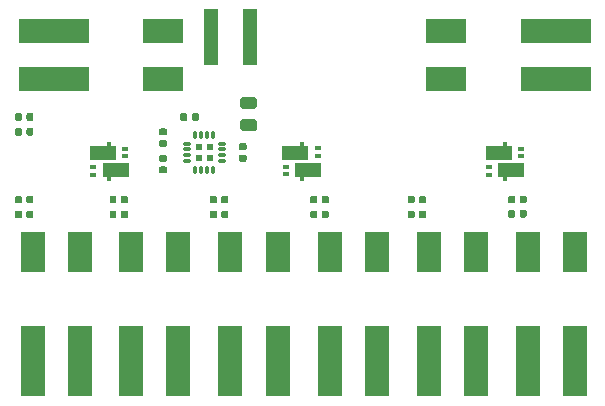
<source format=gbr>
G04 #@! TF.GenerationSoftware,KiCad,Pcbnew,5.0.2-bee76a0~70~ubuntu18.04.1*
G04 #@! TF.CreationDate,2019-12-05T19:09:47+01:00*
G04 #@! TF.ProjectId,magneto_bot_shield,6d61676e-6574-46f5-9f62-6f745f736869,rev?*
G04 #@! TF.SameCoordinates,Original*
G04 #@! TF.FileFunction,Paste,Top*
G04 #@! TF.FilePolarity,Positive*
%FSLAX46Y46*%
G04 Gerber Fmt 4.6, Leading zero omitted, Abs format (unit mm)*
G04 Created by KiCad (PCBNEW 5.0.2-bee76a0~70~ubuntu18.04.1) date Thu 05 Dec 2019 07:09:47 PM CET*
%MOMM*%
%LPD*%
G01*
G04 APERTURE LIST*
%ADD10C,0.100000*%
%ADD11C,0.590000*%
%ADD12C,0.975000*%
%ADD13R,2.000000X3.500000*%
%ADD14R,2.000000X6.000000*%
%ADD15R,3.500000X2.000000*%
%ADD16R,6.000000X2.000000*%
%ADD17R,1.180000X4.700000*%
%ADD18O,0.750000X0.300000*%
%ADD19O,0.300000X0.750000*%
%ADD20R,0.540000X0.540000*%
%ADD21R,0.430000X0.370000*%
%ADD22R,0.580000X0.400000*%
%ADD23R,2.225000X1.205000*%
G04 APERTURE END LIST*
D10*
G04 #@! TO.C,C1*
G36*
X153426958Y-103430710D02*
X153441276Y-103432834D01*
X153455317Y-103436351D01*
X153468946Y-103441228D01*
X153482031Y-103447417D01*
X153494447Y-103454858D01*
X153506073Y-103463481D01*
X153516798Y-103473202D01*
X153526519Y-103483927D01*
X153535142Y-103495553D01*
X153542583Y-103507969D01*
X153548772Y-103521054D01*
X153553649Y-103534683D01*
X153557166Y-103548724D01*
X153559290Y-103563042D01*
X153560000Y-103577500D01*
X153560000Y-103922500D01*
X153559290Y-103936958D01*
X153557166Y-103951276D01*
X153553649Y-103965317D01*
X153548772Y-103978946D01*
X153542583Y-103992031D01*
X153535142Y-104004447D01*
X153526519Y-104016073D01*
X153516798Y-104026798D01*
X153506073Y-104036519D01*
X153494447Y-104045142D01*
X153482031Y-104052583D01*
X153468946Y-104058772D01*
X153455317Y-104063649D01*
X153441276Y-104067166D01*
X153426958Y-104069290D01*
X153412500Y-104070000D01*
X153117500Y-104070000D01*
X153103042Y-104069290D01*
X153088724Y-104067166D01*
X153074683Y-104063649D01*
X153061054Y-104058772D01*
X153047969Y-104052583D01*
X153035553Y-104045142D01*
X153023927Y-104036519D01*
X153013202Y-104026798D01*
X153003481Y-104016073D01*
X152994858Y-104004447D01*
X152987417Y-103992031D01*
X152981228Y-103978946D01*
X152976351Y-103965317D01*
X152972834Y-103951276D01*
X152970710Y-103936958D01*
X152970000Y-103922500D01*
X152970000Y-103577500D01*
X152970710Y-103563042D01*
X152972834Y-103548724D01*
X152976351Y-103534683D01*
X152981228Y-103521054D01*
X152987417Y-103507969D01*
X152994858Y-103495553D01*
X153003481Y-103483927D01*
X153013202Y-103473202D01*
X153023927Y-103463481D01*
X153035553Y-103454858D01*
X153047969Y-103447417D01*
X153061054Y-103441228D01*
X153074683Y-103436351D01*
X153088724Y-103432834D01*
X153103042Y-103430710D01*
X153117500Y-103430000D01*
X153412500Y-103430000D01*
X153426958Y-103430710D01*
X153426958Y-103430710D01*
G37*
D11*
X153265000Y-103750000D03*
D10*
G36*
X154396958Y-103430710D02*
X154411276Y-103432834D01*
X154425317Y-103436351D01*
X154438946Y-103441228D01*
X154452031Y-103447417D01*
X154464447Y-103454858D01*
X154476073Y-103463481D01*
X154486798Y-103473202D01*
X154496519Y-103483927D01*
X154505142Y-103495553D01*
X154512583Y-103507969D01*
X154518772Y-103521054D01*
X154523649Y-103534683D01*
X154527166Y-103548724D01*
X154529290Y-103563042D01*
X154530000Y-103577500D01*
X154530000Y-103922500D01*
X154529290Y-103936958D01*
X154527166Y-103951276D01*
X154523649Y-103965317D01*
X154518772Y-103978946D01*
X154512583Y-103992031D01*
X154505142Y-104004447D01*
X154496519Y-104016073D01*
X154486798Y-104026798D01*
X154476073Y-104036519D01*
X154464447Y-104045142D01*
X154452031Y-104052583D01*
X154438946Y-104058772D01*
X154425317Y-104063649D01*
X154411276Y-104067166D01*
X154396958Y-104069290D01*
X154382500Y-104070000D01*
X154087500Y-104070000D01*
X154073042Y-104069290D01*
X154058724Y-104067166D01*
X154044683Y-104063649D01*
X154031054Y-104058772D01*
X154017969Y-104052583D01*
X154005553Y-104045142D01*
X153993927Y-104036519D01*
X153983202Y-104026798D01*
X153973481Y-104016073D01*
X153964858Y-104004447D01*
X153957417Y-103992031D01*
X153951228Y-103978946D01*
X153946351Y-103965317D01*
X153942834Y-103951276D01*
X153940710Y-103936958D01*
X153940000Y-103922500D01*
X153940000Y-103577500D01*
X153940710Y-103563042D01*
X153942834Y-103548724D01*
X153946351Y-103534683D01*
X153951228Y-103521054D01*
X153957417Y-103507969D01*
X153964858Y-103495553D01*
X153973481Y-103483927D01*
X153983202Y-103473202D01*
X153993927Y-103463481D01*
X154005553Y-103454858D01*
X154017969Y-103447417D01*
X154031054Y-103441228D01*
X154044683Y-103436351D01*
X154058724Y-103432834D01*
X154073042Y-103430710D01*
X154087500Y-103430000D01*
X154382500Y-103430000D01*
X154396958Y-103430710D01*
X154396958Y-103430710D01*
G37*
D11*
X154235000Y-103750000D03*
G04 #@! TD*
D10*
G04 #@! TO.C,C2*
G36*
X151686958Y-105690710D02*
X151701276Y-105692834D01*
X151715317Y-105696351D01*
X151728946Y-105701228D01*
X151742031Y-105707417D01*
X151754447Y-105714858D01*
X151766073Y-105723481D01*
X151776798Y-105733202D01*
X151786519Y-105743927D01*
X151795142Y-105755553D01*
X151802583Y-105767969D01*
X151808772Y-105781054D01*
X151813649Y-105794683D01*
X151817166Y-105808724D01*
X151819290Y-105823042D01*
X151820000Y-105837500D01*
X151820000Y-106132500D01*
X151819290Y-106146958D01*
X151817166Y-106161276D01*
X151813649Y-106175317D01*
X151808772Y-106188946D01*
X151802583Y-106202031D01*
X151795142Y-106214447D01*
X151786519Y-106226073D01*
X151776798Y-106236798D01*
X151766073Y-106246519D01*
X151754447Y-106255142D01*
X151742031Y-106262583D01*
X151728946Y-106268772D01*
X151715317Y-106273649D01*
X151701276Y-106277166D01*
X151686958Y-106279290D01*
X151672500Y-106280000D01*
X151327500Y-106280000D01*
X151313042Y-106279290D01*
X151298724Y-106277166D01*
X151284683Y-106273649D01*
X151271054Y-106268772D01*
X151257969Y-106262583D01*
X151245553Y-106255142D01*
X151233927Y-106246519D01*
X151223202Y-106236798D01*
X151213481Y-106226073D01*
X151204858Y-106214447D01*
X151197417Y-106202031D01*
X151191228Y-106188946D01*
X151186351Y-106175317D01*
X151182834Y-106161276D01*
X151180710Y-106146958D01*
X151180000Y-106132500D01*
X151180000Y-105837500D01*
X151180710Y-105823042D01*
X151182834Y-105808724D01*
X151186351Y-105794683D01*
X151191228Y-105781054D01*
X151197417Y-105767969D01*
X151204858Y-105755553D01*
X151213481Y-105743927D01*
X151223202Y-105733202D01*
X151233927Y-105723481D01*
X151245553Y-105714858D01*
X151257969Y-105707417D01*
X151271054Y-105701228D01*
X151284683Y-105696351D01*
X151298724Y-105692834D01*
X151313042Y-105690710D01*
X151327500Y-105690000D01*
X151672500Y-105690000D01*
X151686958Y-105690710D01*
X151686958Y-105690710D01*
G37*
D11*
X151500000Y-105985000D03*
D10*
G36*
X151686958Y-104720710D02*
X151701276Y-104722834D01*
X151715317Y-104726351D01*
X151728946Y-104731228D01*
X151742031Y-104737417D01*
X151754447Y-104744858D01*
X151766073Y-104753481D01*
X151776798Y-104763202D01*
X151786519Y-104773927D01*
X151795142Y-104785553D01*
X151802583Y-104797969D01*
X151808772Y-104811054D01*
X151813649Y-104824683D01*
X151817166Y-104838724D01*
X151819290Y-104853042D01*
X151820000Y-104867500D01*
X151820000Y-105162500D01*
X151819290Y-105176958D01*
X151817166Y-105191276D01*
X151813649Y-105205317D01*
X151808772Y-105218946D01*
X151802583Y-105232031D01*
X151795142Y-105244447D01*
X151786519Y-105256073D01*
X151776798Y-105266798D01*
X151766073Y-105276519D01*
X151754447Y-105285142D01*
X151742031Y-105292583D01*
X151728946Y-105298772D01*
X151715317Y-105303649D01*
X151701276Y-105307166D01*
X151686958Y-105309290D01*
X151672500Y-105310000D01*
X151327500Y-105310000D01*
X151313042Y-105309290D01*
X151298724Y-105307166D01*
X151284683Y-105303649D01*
X151271054Y-105298772D01*
X151257969Y-105292583D01*
X151245553Y-105285142D01*
X151233927Y-105276519D01*
X151223202Y-105266798D01*
X151213481Y-105256073D01*
X151204858Y-105244447D01*
X151197417Y-105232031D01*
X151191228Y-105218946D01*
X151186351Y-105205317D01*
X151182834Y-105191276D01*
X151180710Y-105176958D01*
X151180000Y-105162500D01*
X151180000Y-104867500D01*
X151180710Y-104853042D01*
X151182834Y-104838724D01*
X151186351Y-104824683D01*
X151191228Y-104811054D01*
X151197417Y-104797969D01*
X151204858Y-104785553D01*
X151213481Y-104773927D01*
X151223202Y-104763202D01*
X151233927Y-104753481D01*
X151245553Y-104744858D01*
X151257969Y-104737417D01*
X151271054Y-104731228D01*
X151284683Y-104726351D01*
X151298724Y-104722834D01*
X151313042Y-104720710D01*
X151327500Y-104720000D01*
X151672500Y-104720000D01*
X151686958Y-104720710D01*
X151686958Y-104720710D01*
G37*
D11*
X151500000Y-105015000D03*
G04 #@! TD*
D10*
G04 #@! TO.C,C3*
G36*
X151686958Y-106970710D02*
X151701276Y-106972834D01*
X151715317Y-106976351D01*
X151728946Y-106981228D01*
X151742031Y-106987417D01*
X151754447Y-106994858D01*
X151766073Y-107003481D01*
X151776798Y-107013202D01*
X151786519Y-107023927D01*
X151795142Y-107035553D01*
X151802583Y-107047969D01*
X151808772Y-107061054D01*
X151813649Y-107074683D01*
X151817166Y-107088724D01*
X151819290Y-107103042D01*
X151820000Y-107117500D01*
X151820000Y-107412500D01*
X151819290Y-107426958D01*
X151817166Y-107441276D01*
X151813649Y-107455317D01*
X151808772Y-107468946D01*
X151802583Y-107482031D01*
X151795142Y-107494447D01*
X151786519Y-107506073D01*
X151776798Y-107516798D01*
X151766073Y-107526519D01*
X151754447Y-107535142D01*
X151742031Y-107542583D01*
X151728946Y-107548772D01*
X151715317Y-107553649D01*
X151701276Y-107557166D01*
X151686958Y-107559290D01*
X151672500Y-107560000D01*
X151327500Y-107560000D01*
X151313042Y-107559290D01*
X151298724Y-107557166D01*
X151284683Y-107553649D01*
X151271054Y-107548772D01*
X151257969Y-107542583D01*
X151245553Y-107535142D01*
X151233927Y-107526519D01*
X151223202Y-107516798D01*
X151213481Y-107506073D01*
X151204858Y-107494447D01*
X151197417Y-107482031D01*
X151191228Y-107468946D01*
X151186351Y-107455317D01*
X151182834Y-107441276D01*
X151180710Y-107426958D01*
X151180000Y-107412500D01*
X151180000Y-107117500D01*
X151180710Y-107103042D01*
X151182834Y-107088724D01*
X151186351Y-107074683D01*
X151191228Y-107061054D01*
X151197417Y-107047969D01*
X151204858Y-107035553D01*
X151213481Y-107023927D01*
X151223202Y-107013202D01*
X151233927Y-107003481D01*
X151245553Y-106994858D01*
X151257969Y-106987417D01*
X151271054Y-106981228D01*
X151284683Y-106976351D01*
X151298724Y-106972834D01*
X151313042Y-106970710D01*
X151327500Y-106970000D01*
X151672500Y-106970000D01*
X151686958Y-106970710D01*
X151686958Y-106970710D01*
G37*
D11*
X151500000Y-107265000D03*
D10*
G36*
X151686958Y-107940710D02*
X151701276Y-107942834D01*
X151715317Y-107946351D01*
X151728946Y-107951228D01*
X151742031Y-107957417D01*
X151754447Y-107964858D01*
X151766073Y-107973481D01*
X151776798Y-107983202D01*
X151786519Y-107993927D01*
X151795142Y-108005553D01*
X151802583Y-108017969D01*
X151808772Y-108031054D01*
X151813649Y-108044683D01*
X151817166Y-108058724D01*
X151819290Y-108073042D01*
X151820000Y-108087500D01*
X151820000Y-108382500D01*
X151819290Y-108396958D01*
X151817166Y-108411276D01*
X151813649Y-108425317D01*
X151808772Y-108438946D01*
X151802583Y-108452031D01*
X151795142Y-108464447D01*
X151786519Y-108476073D01*
X151776798Y-108486798D01*
X151766073Y-108496519D01*
X151754447Y-108505142D01*
X151742031Y-108512583D01*
X151728946Y-108518772D01*
X151715317Y-108523649D01*
X151701276Y-108527166D01*
X151686958Y-108529290D01*
X151672500Y-108530000D01*
X151327500Y-108530000D01*
X151313042Y-108529290D01*
X151298724Y-108527166D01*
X151284683Y-108523649D01*
X151271054Y-108518772D01*
X151257969Y-108512583D01*
X151245553Y-108505142D01*
X151233927Y-108496519D01*
X151223202Y-108486798D01*
X151213481Y-108476073D01*
X151204858Y-108464447D01*
X151197417Y-108452031D01*
X151191228Y-108438946D01*
X151186351Y-108425317D01*
X151182834Y-108411276D01*
X151180710Y-108396958D01*
X151180000Y-108382500D01*
X151180000Y-108087500D01*
X151180710Y-108073042D01*
X151182834Y-108058724D01*
X151186351Y-108044683D01*
X151191228Y-108031054D01*
X151197417Y-108017969D01*
X151204858Y-108005553D01*
X151213481Y-107993927D01*
X151223202Y-107983202D01*
X151233927Y-107973481D01*
X151245553Y-107964858D01*
X151257969Y-107957417D01*
X151271054Y-107951228D01*
X151284683Y-107946351D01*
X151298724Y-107942834D01*
X151313042Y-107940710D01*
X151327500Y-107940000D01*
X151672500Y-107940000D01*
X151686958Y-107940710D01*
X151686958Y-107940710D01*
G37*
D11*
X151500000Y-108235000D03*
G04 #@! TD*
D10*
G04 #@! TO.C,C4*
G36*
X158436958Y-105970710D02*
X158451276Y-105972834D01*
X158465317Y-105976351D01*
X158478946Y-105981228D01*
X158492031Y-105987417D01*
X158504447Y-105994858D01*
X158516073Y-106003481D01*
X158526798Y-106013202D01*
X158536519Y-106023927D01*
X158545142Y-106035553D01*
X158552583Y-106047969D01*
X158558772Y-106061054D01*
X158563649Y-106074683D01*
X158567166Y-106088724D01*
X158569290Y-106103042D01*
X158570000Y-106117500D01*
X158570000Y-106412500D01*
X158569290Y-106426958D01*
X158567166Y-106441276D01*
X158563649Y-106455317D01*
X158558772Y-106468946D01*
X158552583Y-106482031D01*
X158545142Y-106494447D01*
X158536519Y-106506073D01*
X158526798Y-106516798D01*
X158516073Y-106526519D01*
X158504447Y-106535142D01*
X158492031Y-106542583D01*
X158478946Y-106548772D01*
X158465317Y-106553649D01*
X158451276Y-106557166D01*
X158436958Y-106559290D01*
X158422500Y-106560000D01*
X158077500Y-106560000D01*
X158063042Y-106559290D01*
X158048724Y-106557166D01*
X158034683Y-106553649D01*
X158021054Y-106548772D01*
X158007969Y-106542583D01*
X157995553Y-106535142D01*
X157983927Y-106526519D01*
X157973202Y-106516798D01*
X157963481Y-106506073D01*
X157954858Y-106494447D01*
X157947417Y-106482031D01*
X157941228Y-106468946D01*
X157936351Y-106455317D01*
X157932834Y-106441276D01*
X157930710Y-106426958D01*
X157930000Y-106412500D01*
X157930000Y-106117500D01*
X157930710Y-106103042D01*
X157932834Y-106088724D01*
X157936351Y-106074683D01*
X157941228Y-106061054D01*
X157947417Y-106047969D01*
X157954858Y-106035553D01*
X157963481Y-106023927D01*
X157973202Y-106013202D01*
X157983927Y-106003481D01*
X157995553Y-105994858D01*
X158007969Y-105987417D01*
X158021054Y-105981228D01*
X158034683Y-105976351D01*
X158048724Y-105972834D01*
X158063042Y-105970710D01*
X158077500Y-105970000D01*
X158422500Y-105970000D01*
X158436958Y-105970710D01*
X158436958Y-105970710D01*
G37*
D11*
X158250000Y-106265000D03*
D10*
G36*
X158436958Y-106940710D02*
X158451276Y-106942834D01*
X158465317Y-106946351D01*
X158478946Y-106951228D01*
X158492031Y-106957417D01*
X158504447Y-106964858D01*
X158516073Y-106973481D01*
X158526798Y-106983202D01*
X158536519Y-106993927D01*
X158545142Y-107005553D01*
X158552583Y-107017969D01*
X158558772Y-107031054D01*
X158563649Y-107044683D01*
X158567166Y-107058724D01*
X158569290Y-107073042D01*
X158570000Y-107087500D01*
X158570000Y-107382500D01*
X158569290Y-107396958D01*
X158567166Y-107411276D01*
X158563649Y-107425317D01*
X158558772Y-107438946D01*
X158552583Y-107452031D01*
X158545142Y-107464447D01*
X158536519Y-107476073D01*
X158526798Y-107486798D01*
X158516073Y-107496519D01*
X158504447Y-107505142D01*
X158492031Y-107512583D01*
X158478946Y-107518772D01*
X158465317Y-107523649D01*
X158451276Y-107527166D01*
X158436958Y-107529290D01*
X158422500Y-107530000D01*
X158077500Y-107530000D01*
X158063042Y-107529290D01*
X158048724Y-107527166D01*
X158034683Y-107523649D01*
X158021054Y-107518772D01*
X158007969Y-107512583D01*
X157995553Y-107505142D01*
X157983927Y-107496519D01*
X157973202Y-107486798D01*
X157963481Y-107476073D01*
X157954858Y-107464447D01*
X157947417Y-107452031D01*
X157941228Y-107438946D01*
X157936351Y-107425317D01*
X157932834Y-107411276D01*
X157930710Y-107396958D01*
X157930000Y-107382500D01*
X157930000Y-107087500D01*
X157930710Y-107073042D01*
X157932834Y-107058724D01*
X157936351Y-107044683D01*
X157941228Y-107031054D01*
X157947417Y-107017969D01*
X157954858Y-107005553D01*
X157963481Y-106993927D01*
X157973202Y-106983202D01*
X157983927Y-106973481D01*
X157995553Y-106964858D01*
X158007969Y-106957417D01*
X158021054Y-106951228D01*
X158034683Y-106946351D01*
X158048724Y-106942834D01*
X158063042Y-106940710D01*
X158077500Y-106940000D01*
X158422500Y-106940000D01*
X158436958Y-106940710D01*
X158436958Y-106940710D01*
G37*
D11*
X158250000Y-107235000D03*
G04 #@! TD*
D10*
G04 #@! TO.C,C5*
G36*
X159230142Y-102076174D02*
X159253803Y-102079684D01*
X159277007Y-102085496D01*
X159299529Y-102093554D01*
X159321153Y-102103782D01*
X159341670Y-102116079D01*
X159360883Y-102130329D01*
X159378607Y-102146393D01*
X159394671Y-102164117D01*
X159408921Y-102183330D01*
X159421218Y-102203847D01*
X159431446Y-102225471D01*
X159439504Y-102247993D01*
X159445316Y-102271197D01*
X159448826Y-102294858D01*
X159450000Y-102318750D01*
X159450000Y-102806250D01*
X159448826Y-102830142D01*
X159445316Y-102853803D01*
X159439504Y-102877007D01*
X159431446Y-102899529D01*
X159421218Y-102921153D01*
X159408921Y-102941670D01*
X159394671Y-102960883D01*
X159378607Y-102978607D01*
X159360883Y-102994671D01*
X159341670Y-103008921D01*
X159321153Y-103021218D01*
X159299529Y-103031446D01*
X159277007Y-103039504D01*
X159253803Y-103045316D01*
X159230142Y-103048826D01*
X159206250Y-103050000D01*
X158293750Y-103050000D01*
X158269858Y-103048826D01*
X158246197Y-103045316D01*
X158222993Y-103039504D01*
X158200471Y-103031446D01*
X158178847Y-103021218D01*
X158158330Y-103008921D01*
X158139117Y-102994671D01*
X158121393Y-102978607D01*
X158105329Y-102960883D01*
X158091079Y-102941670D01*
X158078782Y-102921153D01*
X158068554Y-102899529D01*
X158060496Y-102877007D01*
X158054684Y-102853803D01*
X158051174Y-102830142D01*
X158050000Y-102806250D01*
X158050000Y-102318750D01*
X158051174Y-102294858D01*
X158054684Y-102271197D01*
X158060496Y-102247993D01*
X158068554Y-102225471D01*
X158078782Y-102203847D01*
X158091079Y-102183330D01*
X158105329Y-102164117D01*
X158121393Y-102146393D01*
X158139117Y-102130329D01*
X158158330Y-102116079D01*
X158178847Y-102103782D01*
X158200471Y-102093554D01*
X158222993Y-102085496D01*
X158246197Y-102079684D01*
X158269858Y-102076174D01*
X158293750Y-102075000D01*
X159206250Y-102075000D01*
X159230142Y-102076174D01*
X159230142Y-102076174D01*
G37*
D12*
X158750000Y-102562500D03*
D10*
G36*
X159230142Y-103951174D02*
X159253803Y-103954684D01*
X159277007Y-103960496D01*
X159299529Y-103968554D01*
X159321153Y-103978782D01*
X159341670Y-103991079D01*
X159360883Y-104005329D01*
X159378607Y-104021393D01*
X159394671Y-104039117D01*
X159408921Y-104058330D01*
X159421218Y-104078847D01*
X159431446Y-104100471D01*
X159439504Y-104122993D01*
X159445316Y-104146197D01*
X159448826Y-104169858D01*
X159450000Y-104193750D01*
X159450000Y-104681250D01*
X159448826Y-104705142D01*
X159445316Y-104728803D01*
X159439504Y-104752007D01*
X159431446Y-104774529D01*
X159421218Y-104796153D01*
X159408921Y-104816670D01*
X159394671Y-104835883D01*
X159378607Y-104853607D01*
X159360883Y-104869671D01*
X159341670Y-104883921D01*
X159321153Y-104896218D01*
X159299529Y-104906446D01*
X159277007Y-104914504D01*
X159253803Y-104920316D01*
X159230142Y-104923826D01*
X159206250Y-104925000D01*
X158293750Y-104925000D01*
X158269858Y-104923826D01*
X158246197Y-104920316D01*
X158222993Y-104914504D01*
X158200471Y-104906446D01*
X158178847Y-104896218D01*
X158158330Y-104883921D01*
X158139117Y-104869671D01*
X158121393Y-104853607D01*
X158105329Y-104835883D01*
X158091079Y-104816670D01*
X158078782Y-104796153D01*
X158068554Y-104774529D01*
X158060496Y-104752007D01*
X158054684Y-104728803D01*
X158051174Y-104705142D01*
X158050000Y-104681250D01*
X158050000Y-104193750D01*
X158051174Y-104169858D01*
X158054684Y-104146197D01*
X158060496Y-104122993D01*
X158068554Y-104100471D01*
X158078782Y-104078847D01*
X158091079Y-104058330D01*
X158105329Y-104039117D01*
X158121393Y-104021393D01*
X158139117Y-104005329D01*
X158158330Y-103991079D01*
X158178847Y-103978782D01*
X158200471Y-103968554D01*
X158222993Y-103960496D01*
X158246197Y-103954684D01*
X158269858Y-103951174D01*
X158293750Y-103950000D01*
X159206250Y-103950000D01*
X159230142Y-103951174D01*
X159230142Y-103951174D01*
G37*
D12*
X158750000Y-104437500D03*
G04 #@! TD*
D10*
G04 #@! TO.C,D1*
G36*
X181176958Y-111630710D02*
X181191276Y-111632834D01*
X181205317Y-111636351D01*
X181218946Y-111641228D01*
X181232031Y-111647417D01*
X181244447Y-111654858D01*
X181256073Y-111663481D01*
X181266798Y-111673202D01*
X181276519Y-111683927D01*
X181285142Y-111695553D01*
X181292583Y-111707969D01*
X181298772Y-111721054D01*
X181303649Y-111734683D01*
X181307166Y-111748724D01*
X181309290Y-111763042D01*
X181310000Y-111777500D01*
X181310000Y-112122500D01*
X181309290Y-112136958D01*
X181307166Y-112151276D01*
X181303649Y-112165317D01*
X181298772Y-112178946D01*
X181292583Y-112192031D01*
X181285142Y-112204447D01*
X181276519Y-112216073D01*
X181266798Y-112226798D01*
X181256073Y-112236519D01*
X181244447Y-112245142D01*
X181232031Y-112252583D01*
X181218946Y-112258772D01*
X181205317Y-112263649D01*
X181191276Y-112267166D01*
X181176958Y-112269290D01*
X181162500Y-112270000D01*
X180867500Y-112270000D01*
X180853042Y-112269290D01*
X180838724Y-112267166D01*
X180824683Y-112263649D01*
X180811054Y-112258772D01*
X180797969Y-112252583D01*
X180785553Y-112245142D01*
X180773927Y-112236519D01*
X180763202Y-112226798D01*
X180753481Y-112216073D01*
X180744858Y-112204447D01*
X180737417Y-112192031D01*
X180731228Y-112178946D01*
X180726351Y-112165317D01*
X180722834Y-112151276D01*
X180720710Y-112136958D01*
X180720000Y-112122500D01*
X180720000Y-111777500D01*
X180720710Y-111763042D01*
X180722834Y-111748724D01*
X180726351Y-111734683D01*
X180731228Y-111721054D01*
X180737417Y-111707969D01*
X180744858Y-111695553D01*
X180753481Y-111683927D01*
X180763202Y-111673202D01*
X180773927Y-111663481D01*
X180785553Y-111654858D01*
X180797969Y-111647417D01*
X180811054Y-111641228D01*
X180824683Y-111636351D01*
X180838724Y-111632834D01*
X180853042Y-111630710D01*
X180867500Y-111630000D01*
X181162500Y-111630000D01*
X181176958Y-111630710D01*
X181176958Y-111630710D01*
G37*
D11*
X181015000Y-111950000D03*
D10*
G36*
X182146958Y-111630710D02*
X182161276Y-111632834D01*
X182175317Y-111636351D01*
X182188946Y-111641228D01*
X182202031Y-111647417D01*
X182214447Y-111654858D01*
X182226073Y-111663481D01*
X182236798Y-111673202D01*
X182246519Y-111683927D01*
X182255142Y-111695553D01*
X182262583Y-111707969D01*
X182268772Y-111721054D01*
X182273649Y-111734683D01*
X182277166Y-111748724D01*
X182279290Y-111763042D01*
X182280000Y-111777500D01*
X182280000Y-112122500D01*
X182279290Y-112136958D01*
X182277166Y-112151276D01*
X182273649Y-112165317D01*
X182268772Y-112178946D01*
X182262583Y-112192031D01*
X182255142Y-112204447D01*
X182246519Y-112216073D01*
X182236798Y-112226798D01*
X182226073Y-112236519D01*
X182214447Y-112245142D01*
X182202031Y-112252583D01*
X182188946Y-112258772D01*
X182175317Y-112263649D01*
X182161276Y-112267166D01*
X182146958Y-112269290D01*
X182132500Y-112270000D01*
X181837500Y-112270000D01*
X181823042Y-112269290D01*
X181808724Y-112267166D01*
X181794683Y-112263649D01*
X181781054Y-112258772D01*
X181767969Y-112252583D01*
X181755553Y-112245142D01*
X181743927Y-112236519D01*
X181733202Y-112226798D01*
X181723481Y-112216073D01*
X181714858Y-112204447D01*
X181707417Y-112192031D01*
X181701228Y-112178946D01*
X181696351Y-112165317D01*
X181692834Y-112151276D01*
X181690710Y-112136958D01*
X181690000Y-112122500D01*
X181690000Y-111777500D01*
X181690710Y-111763042D01*
X181692834Y-111748724D01*
X181696351Y-111734683D01*
X181701228Y-111721054D01*
X181707417Y-111707969D01*
X181714858Y-111695553D01*
X181723481Y-111683927D01*
X181733202Y-111673202D01*
X181743927Y-111663481D01*
X181755553Y-111654858D01*
X181767969Y-111647417D01*
X181781054Y-111641228D01*
X181794683Y-111636351D01*
X181808724Y-111632834D01*
X181823042Y-111630710D01*
X181837500Y-111630000D01*
X182132500Y-111630000D01*
X182146958Y-111630710D01*
X182146958Y-111630710D01*
G37*
D11*
X181985000Y-111950000D03*
G04 #@! TD*
D10*
G04 #@! TO.C,D2*
G36*
X173646958Y-111680710D02*
X173661276Y-111682834D01*
X173675317Y-111686351D01*
X173688946Y-111691228D01*
X173702031Y-111697417D01*
X173714447Y-111704858D01*
X173726073Y-111713481D01*
X173736798Y-111723202D01*
X173746519Y-111733927D01*
X173755142Y-111745553D01*
X173762583Y-111757969D01*
X173768772Y-111771054D01*
X173773649Y-111784683D01*
X173777166Y-111798724D01*
X173779290Y-111813042D01*
X173780000Y-111827500D01*
X173780000Y-112172500D01*
X173779290Y-112186958D01*
X173777166Y-112201276D01*
X173773649Y-112215317D01*
X173768772Y-112228946D01*
X173762583Y-112242031D01*
X173755142Y-112254447D01*
X173746519Y-112266073D01*
X173736798Y-112276798D01*
X173726073Y-112286519D01*
X173714447Y-112295142D01*
X173702031Y-112302583D01*
X173688946Y-112308772D01*
X173675317Y-112313649D01*
X173661276Y-112317166D01*
X173646958Y-112319290D01*
X173632500Y-112320000D01*
X173337500Y-112320000D01*
X173323042Y-112319290D01*
X173308724Y-112317166D01*
X173294683Y-112313649D01*
X173281054Y-112308772D01*
X173267969Y-112302583D01*
X173255553Y-112295142D01*
X173243927Y-112286519D01*
X173233202Y-112276798D01*
X173223481Y-112266073D01*
X173214858Y-112254447D01*
X173207417Y-112242031D01*
X173201228Y-112228946D01*
X173196351Y-112215317D01*
X173192834Y-112201276D01*
X173190710Y-112186958D01*
X173190000Y-112172500D01*
X173190000Y-111827500D01*
X173190710Y-111813042D01*
X173192834Y-111798724D01*
X173196351Y-111784683D01*
X173201228Y-111771054D01*
X173207417Y-111757969D01*
X173214858Y-111745553D01*
X173223481Y-111733927D01*
X173233202Y-111723202D01*
X173243927Y-111713481D01*
X173255553Y-111704858D01*
X173267969Y-111697417D01*
X173281054Y-111691228D01*
X173294683Y-111686351D01*
X173308724Y-111682834D01*
X173323042Y-111680710D01*
X173337500Y-111680000D01*
X173632500Y-111680000D01*
X173646958Y-111680710D01*
X173646958Y-111680710D01*
G37*
D11*
X173485000Y-112000000D03*
D10*
G36*
X172676958Y-111680710D02*
X172691276Y-111682834D01*
X172705317Y-111686351D01*
X172718946Y-111691228D01*
X172732031Y-111697417D01*
X172744447Y-111704858D01*
X172756073Y-111713481D01*
X172766798Y-111723202D01*
X172776519Y-111733927D01*
X172785142Y-111745553D01*
X172792583Y-111757969D01*
X172798772Y-111771054D01*
X172803649Y-111784683D01*
X172807166Y-111798724D01*
X172809290Y-111813042D01*
X172810000Y-111827500D01*
X172810000Y-112172500D01*
X172809290Y-112186958D01*
X172807166Y-112201276D01*
X172803649Y-112215317D01*
X172798772Y-112228946D01*
X172792583Y-112242031D01*
X172785142Y-112254447D01*
X172776519Y-112266073D01*
X172766798Y-112276798D01*
X172756073Y-112286519D01*
X172744447Y-112295142D01*
X172732031Y-112302583D01*
X172718946Y-112308772D01*
X172705317Y-112313649D01*
X172691276Y-112317166D01*
X172676958Y-112319290D01*
X172662500Y-112320000D01*
X172367500Y-112320000D01*
X172353042Y-112319290D01*
X172338724Y-112317166D01*
X172324683Y-112313649D01*
X172311054Y-112308772D01*
X172297969Y-112302583D01*
X172285553Y-112295142D01*
X172273927Y-112286519D01*
X172263202Y-112276798D01*
X172253481Y-112266073D01*
X172244858Y-112254447D01*
X172237417Y-112242031D01*
X172231228Y-112228946D01*
X172226351Y-112215317D01*
X172222834Y-112201276D01*
X172220710Y-112186958D01*
X172220000Y-112172500D01*
X172220000Y-111827500D01*
X172220710Y-111813042D01*
X172222834Y-111798724D01*
X172226351Y-111784683D01*
X172231228Y-111771054D01*
X172237417Y-111757969D01*
X172244858Y-111745553D01*
X172253481Y-111733927D01*
X172263202Y-111723202D01*
X172273927Y-111713481D01*
X172285553Y-111704858D01*
X172297969Y-111697417D01*
X172311054Y-111691228D01*
X172324683Y-111686351D01*
X172338724Y-111682834D01*
X172353042Y-111680710D01*
X172367500Y-111680000D01*
X172662500Y-111680000D01*
X172676958Y-111680710D01*
X172676958Y-111680710D01*
G37*
D11*
X172515000Y-112000000D03*
G04 #@! TD*
D10*
G04 #@! TO.C,D3*
G36*
X164426958Y-111680710D02*
X164441276Y-111682834D01*
X164455317Y-111686351D01*
X164468946Y-111691228D01*
X164482031Y-111697417D01*
X164494447Y-111704858D01*
X164506073Y-111713481D01*
X164516798Y-111723202D01*
X164526519Y-111733927D01*
X164535142Y-111745553D01*
X164542583Y-111757969D01*
X164548772Y-111771054D01*
X164553649Y-111784683D01*
X164557166Y-111798724D01*
X164559290Y-111813042D01*
X164560000Y-111827500D01*
X164560000Y-112172500D01*
X164559290Y-112186958D01*
X164557166Y-112201276D01*
X164553649Y-112215317D01*
X164548772Y-112228946D01*
X164542583Y-112242031D01*
X164535142Y-112254447D01*
X164526519Y-112266073D01*
X164516798Y-112276798D01*
X164506073Y-112286519D01*
X164494447Y-112295142D01*
X164482031Y-112302583D01*
X164468946Y-112308772D01*
X164455317Y-112313649D01*
X164441276Y-112317166D01*
X164426958Y-112319290D01*
X164412500Y-112320000D01*
X164117500Y-112320000D01*
X164103042Y-112319290D01*
X164088724Y-112317166D01*
X164074683Y-112313649D01*
X164061054Y-112308772D01*
X164047969Y-112302583D01*
X164035553Y-112295142D01*
X164023927Y-112286519D01*
X164013202Y-112276798D01*
X164003481Y-112266073D01*
X163994858Y-112254447D01*
X163987417Y-112242031D01*
X163981228Y-112228946D01*
X163976351Y-112215317D01*
X163972834Y-112201276D01*
X163970710Y-112186958D01*
X163970000Y-112172500D01*
X163970000Y-111827500D01*
X163970710Y-111813042D01*
X163972834Y-111798724D01*
X163976351Y-111784683D01*
X163981228Y-111771054D01*
X163987417Y-111757969D01*
X163994858Y-111745553D01*
X164003481Y-111733927D01*
X164013202Y-111723202D01*
X164023927Y-111713481D01*
X164035553Y-111704858D01*
X164047969Y-111697417D01*
X164061054Y-111691228D01*
X164074683Y-111686351D01*
X164088724Y-111682834D01*
X164103042Y-111680710D01*
X164117500Y-111680000D01*
X164412500Y-111680000D01*
X164426958Y-111680710D01*
X164426958Y-111680710D01*
G37*
D11*
X164265000Y-112000000D03*
D10*
G36*
X165396958Y-111680710D02*
X165411276Y-111682834D01*
X165425317Y-111686351D01*
X165438946Y-111691228D01*
X165452031Y-111697417D01*
X165464447Y-111704858D01*
X165476073Y-111713481D01*
X165486798Y-111723202D01*
X165496519Y-111733927D01*
X165505142Y-111745553D01*
X165512583Y-111757969D01*
X165518772Y-111771054D01*
X165523649Y-111784683D01*
X165527166Y-111798724D01*
X165529290Y-111813042D01*
X165530000Y-111827500D01*
X165530000Y-112172500D01*
X165529290Y-112186958D01*
X165527166Y-112201276D01*
X165523649Y-112215317D01*
X165518772Y-112228946D01*
X165512583Y-112242031D01*
X165505142Y-112254447D01*
X165496519Y-112266073D01*
X165486798Y-112276798D01*
X165476073Y-112286519D01*
X165464447Y-112295142D01*
X165452031Y-112302583D01*
X165438946Y-112308772D01*
X165425317Y-112313649D01*
X165411276Y-112317166D01*
X165396958Y-112319290D01*
X165382500Y-112320000D01*
X165087500Y-112320000D01*
X165073042Y-112319290D01*
X165058724Y-112317166D01*
X165044683Y-112313649D01*
X165031054Y-112308772D01*
X165017969Y-112302583D01*
X165005553Y-112295142D01*
X164993927Y-112286519D01*
X164983202Y-112276798D01*
X164973481Y-112266073D01*
X164964858Y-112254447D01*
X164957417Y-112242031D01*
X164951228Y-112228946D01*
X164946351Y-112215317D01*
X164942834Y-112201276D01*
X164940710Y-112186958D01*
X164940000Y-112172500D01*
X164940000Y-111827500D01*
X164940710Y-111813042D01*
X164942834Y-111798724D01*
X164946351Y-111784683D01*
X164951228Y-111771054D01*
X164957417Y-111757969D01*
X164964858Y-111745553D01*
X164973481Y-111733927D01*
X164983202Y-111723202D01*
X164993927Y-111713481D01*
X165005553Y-111704858D01*
X165017969Y-111697417D01*
X165031054Y-111691228D01*
X165044683Y-111686351D01*
X165058724Y-111682834D01*
X165073042Y-111680710D01*
X165087500Y-111680000D01*
X165382500Y-111680000D01*
X165396958Y-111680710D01*
X165396958Y-111680710D01*
G37*
D11*
X165235000Y-112000000D03*
G04 #@! TD*
D10*
G04 #@! TO.C,D4*
G36*
X156896958Y-111680710D02*
X156911276Y-111682834D01*
X156925317Y-111686351D01*
X156938946Y-111691228D01*
X156952031Y-111697417D01*
X156964447Y-111704858D01*
X156976073Y-111713481D01*
X156986798Y-111723202D01*
X156996519Y-111733927D01*
X157005142Y-111745553D01*
X157012583Y-111757969D01*
X157018772Y-111771054D01*
X157023649Y-111784683D01*
X157027166Y-111798724D01*
X157029290Y-111813042D01*
X157030000Y-111827500D01*
X157030000Y-112172500D01*
X157029290Y-112186958D01*
X157027166Y-112201276D01*
X157023649Y-112215317D01*
X157018772Y-112228946D01*
X157012583Y-112242031D01*
X157005142Y-112254447D01*
X156996519Y-112266073D01*
X156986798Y-112276798D01*
X156976073Y-112286519D01*
X156964447Y-112295142D01*
X156952031Y-112302583D01*
X156938946Y-112308772D01*
X156925317Y-112313649D01*
X156911276Y-112317166D01*
X156896958Y-112319290D01*
X156882500Y-112320000D01*
X156587500Y-112320000D01*
X156573042Y-112319290D01*
X156558724Y-112317166D01*
X156544683Y-112313649D01*
X156531054Y-112308772D01*
X156517969Y-112302583D01*
X156505553Y-112295142D01*
X156493927Y-112286519D01*
X156483202Y-112276798D01*
X156473481Y-112266073D01*
X156464858Y-112254447D01*
X156457417Y-112242031D01*
X156451228Y-112228946D01*
X156446351Y-112215317D01*
X156442834Y-112201276D01*
X156440710Y-112186958D01*
X156440000Y-112172500D01*
X156440000Y-111827500D01*
X156440710Y-111813042D01*
X156442834Y-111798724D01*
X156446351Y-111784683D01*
X156451228Y-111771054D01*
X156457417Y-111757969D01*
X156464858Y-111745553D01*
X156473481Y-111733927D01*
X156483202Y-111723202D01*
X156493927Y-111713481D01*
X156505553Y-111704858D01*
X156517969Y-111697417D01*
X156531054Y-111691228D01*
X156544683Y-111686351D01*
X156558724Y-111682834D01*
X156573042Y-111680710D01*
X156587500Y-111680000D01*
X156882500Y-111680000D01*
X156896958Y-111680710D01*
X156896958Y-111680710D01*
G37*
D11*
X156735000Y-112000000D03*
D10*
G36*
X155926958Y-111680710D02*
X155941276Y-111682834D01*
X155955317Y-111686351D01*
X155968946Y-111691228D01*
X155982031Y-111697417D01*
X155994447Y-111704858D01*
X156006073Y-111713481D01*
X156016798Y-111723202D01*
X156026519Y-111733927D01*
X156035142Y-111745553D01*
X156042583Y-111757969D01*
X156048772Y-111771054D01*
X156053649Y-111784683D01*
X156057166Y-111798724D01*
X156059290Y-111813042D01*
X156060000Y-111827500D01*
X156060000Y-112172500D01*
X156059290Y-112186958D01*
X156057166Y-112201276D01*
X156053649Y-112215317D01*
X156048772Y-112228946D01*
X156042583Y-112242031D01*
X156035142Y-112254447D01*
X156026519Y-112266073D01*
X156016798Y-112276798D01*
X156006073Y-112286519D01*
X155994447Y-112295142D01*
X155982031Y-112302583D01*
X155968946Y-112308772D01*
X155955317Y-112313649D01*
X155941276Y-112317166D01*
X155926958Y-112319290D01*
X155912500Y-112320000D01*
X155617500Y-112320000D01*
X155603042Y-112319290D01*
X155588724Y-112317166D01*
X155574683Y-112313649D01*
X155561054Y-112308772D01*
X155547969Y-112302583D01*
X155535553Y-112295142D01*
X155523927Y-112286519D01*
X155513202Y-112276798D01*
X155503481Y-112266073D01*
X155494858Y-112254447D01*
X155487417Y-112242031D01*
X155481228Y-112228946D01*
X155476351Y-112215317D01*
X155472834Y-112201276D01*
X155470710Y-112186958D01*
X155470000Y-112172500D01*
X155470000Y-111827500D01*
X155470710Y-111813042D01*
X155472834Y-111798724D01*
X155476351Y-111784683D01*
X155481228Y-111771054D01*
X155487417Y-111757969D01*
X155494858Y-111745553D01*
X155503481Y-111733927D01*
X155513202Y-111723202D01*
X155523927Y-111713481D01*
X155535553Y-111704858D01*
X155547969Y-111697417D01*
X155561054Y-111691228D01*
X155574683Y-111686351D01*
X155588724Y-111682834D01*
X155603042Y-111680710D01*
X155617500Y-111680000D01*
X155912500Y-111680000D01*
X155926958Y-111680710D01*
X155926958Y-111680710D01*
G37*
D11*
X155765000Y-112000000D03*
G04 #@! TD*
D10*
G04 #@! TO.C,D5*
G36*
X147426958Y-111680710D02*
X147441276Y-111682834D01*
X147455317Y-111686351D01*
X147468946Y-111691228D01*
X147482031Y-111697417D01*
X147494447Y-111704858D01*
X147506073Y-111713481D01*
X147516798Y-111723202D01*
X147526519Y-111733927D01*
X147535142Y-111745553D01*
X147542583Y-111757969D01*
X147548772Y-111771054D01*
X147553649Y-111784683D01*
X147557166Y-111798724D01*
X147559290Y-111813042D01*
X147560000Y-111827500D01*
X147560000Y-112172500D01*
X147559290Y-112186958D01*
X147557166Y-112201276D01*
X147553649Y-112215317D01*
X147548772Y-112228946D01*
X147542583Y-112242031D01*
X147535142Y-112254447D01*
X147526519Y-112266073D01*
X147516798Y-112276798D01*
X147506073Y-112286519D01*
X147494447Y-112295142D01*
X147482031Y-112302583D01*
X147468946Y-112308772D01*
X147455317Y-112313649D01*
X147441276Y-112317166D01*
X147426958Y-112319290D01*
X147412500Y-112320000D01*
X147117500Y-112320000D01*
X147103042Y-112319290D01*
X147088724Y-112317166D01*
X147074683Y-112313649D01*
X147061054Y-112308772D01*
X147047969Y-112302583D01*
X147035553Y-112295142D01*
X147023927Y-112286519D01*
X147013202Y-112276798D01*
X147003481Y-112266073D01*
X146994858Y-112254447D01*
X146987417Y-112242031D01*
X146981228Y-112228946D01*
X146976351Y-112215317D01*
X146972834Y-112201276D01*
X146970710Y-112186958D01*
X146970000Y-112172500D01*
X146970000Y-111827500D01*
X146970710Y-111813042D01*
X146972834Y-111798724D01*
X146976351Y-111784683D01*
X146981228Y-111771054D01*
X146987417Y-111757969D01*
X146994858Y-111745553D01*
X147003481Y-111733927D01*
X147013202Y-111723202D01*
X147023927Y-111713481D01*
X147035553Y-111704858D01*
X147047969Y-111697417D01*
X147061054Y-111691228D01*
X147074683Y-111686351D01*
X147088724Y-111682834D01*
X147103042Y-111680710D01*
X147117500Y-111680000D01*
X147412500Y-111680000D01*
X147426958Y-111680710D01*
X147426958Y-111680710D01*
G37*
D11*
X147265000Y-112000000D03*
D10*
G36*
X148396958Y-111680710D02*
X148411276Y-111682834D01*
X148425317Y-111686351D01*
X148438946Y-111691228D01*
X148452031Y-111697417D01*
X148464447Y-111704858D01*
X148476073Y-111713481D01*
X148486798Y-111723202D01*
X148496519Y-111733927D01*
X148505142Y-111745553D01*
X148512583Y-111757969D01*
X148518772Y-111771054D01*
X148523649Y-111784683D01*
X148527166Y-111798724D01*
X148529290Y-111813042D01*
X148530000Y-111827500D01*
X148530000Y-112172500D01*
X148529290Y-112186958D01*
X148527166Y-112201276D01*
X148523649Y-112215317D01*
X148518772Y-112228946D01*
X148512583Y-112242031D01*
X148505142Y-112254447D01*
X148496519Y-112266073D01*
X148486798Y-112276798D01*
X148476073Y-112286519D01*
X148464447Y-112295142D01*
X148452031Y-112302583D01*
X148438946Y-112308772D01*
X148425317Y-112313649D01*
X148411276Y-112317166D01*
X148396958Y-112319290D01*
X148382500Y-112320000D01*
X148087500Y-112320000D01*
X148073042Y-112319290D01*
X148058724Y-112317166D01*
X148044683Y-112313649D01*
X148031054Y-112308772D01*
X148017969Y-112302583D01*
X148005553Y-112295142D01*
X147993927Y-112286519D01*
X147983202Y-112276798D01*
X147973481Y-112266073D01*
X147964858Y-112254447D01*
X147957417Y-112242031D01*
X147951228Y-112228946D01*
X147946351Y-112215317D01*
X147942834Y-112201276D01*
X147940710Y-112186958D01*
X147940000Y-112172500D01*
X147940000Y-111827500D01*
X147940710Y-111813042D01*
X147942834Y-111798724D01*
X147946351Y-111784683D01*
X147951228Y-111771054D01*
X147957417Y-111757969D01*
X147964858Y-111745553D01*
X147973481Y-111733927D01*
X147983202Y-111723202D01*
X147993927Y-111713481D01*
X148005553Y-111704858D01*
X148017969Y-111697417D01*
X148031054Y-111691228D01*
X148044683Y-111686351D01*
X148058724Y-111682834D01*
X148073042Y-111680710D01*
X148087500Y-111680000D01*
X148382500Y-111680000D01*
X148396958Y-111680710D01*
X148396958Y-111680710D01*
G37*
D11*
X148235000Y-112000000D03*
G04 #@! TD*
D10*
G04 #@! TO.C,D6*
G36*
X140396958Y-111680710D02*
X140411276Y-111682834D01*
X140425317Y-111686351D01*
X140438946Y-111691228D01*
X140452031Y-111697417D01*
X140464447Y-111704858D01*
X140476073Y-111713481D01*
X140486798Y-111723202D01*
X140496519Y-111733927D01*
X140505142Y-111745553D01*
X140512583Y-111757969D01*
X140518772Y-111771054D01*
X140523649Y-111784683D01*
X140527166Y-111798724D01*
X140529290Y-111813042D01*
X140530000Y-111827500D01*
X140530000Y-112172500D01*
X140529290Y-112186958D01*
X140527166Y-112201276D01*
X140523649Y-112215317D01*
X140518772Y-112228946D01*
X140512583Y-112242031D01*
X140505142Y-112254447D01*
X140496519Y-112266073D01*
X140486798Y-112276798D01*
X140476073Y-112286519D01*
X140464447Y-112295142D01*
X140452031Y-112302583D01*
X140438946Y-112308772D01*
X140425317Y-112313649D01*
X140411276Y-112317166D01*
X140396958Y-112319290D01*
X140382500Y-112320000D01*
X140087500Y-112320000D01*
X140073042Y-112319290D01*
X140058724Y-112317166D01*
X140044683Y-112313649D01*
X140031054Y-112308772D01*
X140017969Y-112302583D01*
X140005553Y-112295142D01*
X139993927Y-112286519D01*
X139983202Y-112276798D01*
X139973481Y-112266073D01*
X139964858Y-112254447D01*
X139957417Y-112242031D01*
X139951228Y-112228946D01*
X139946351Y-112215317D01*
X139942834Y-112201276D01*
X139940710Y-112186958D01*
X139940000Y-112172500D01*
X139940000Y-111827500D01*
X139940710Y-111813042D01*
X139942834Y-111798724D01*
X139946351Y-111784683D01*
X139951228Y-111771054D01*
X139957417Y-111757969D01*
X139964858Y-111745553D01*
X139973481Y-111733927D01*
X139983202Y-111723202D01*
X139993927Y-111713481D01*
X140005553Y-111704858D01*
X140017969Y-111697417D01*
X140031054Y-111691228D01*
X140044683Y-111686351D01*
X140058724Y-111682834D01*
X140073042Y-111680710D01*
X140087500Y-111680000D01*
X140382500Y-111680000D01*
X140396958Y-111680710D01*
X140396958Y-111680710D01*
G37*
D11*
X140235000Y-112000000D03*
D10*
G36*
X139426958Y-111680710D02*
X139441276Y-111682834D01*
X139455317Y-111686351D01*
X139468946Y-111691228D01*
X139482031Y-111697417D01*
X139494447Y-111704858D01*
X139506073Y-111713481D01*
X139516798Y-111723202D01*
X139526519Y-111733927D01*
X139535142Y-111745553D01*
X139542583Y-111757969D01*
X139548772Y-111771054D01*
X139553649Y-111784683D01*
X139557166Y-111798724D01*
X139559290Y-111813042D01*
X139560000Y-111827500D01*
X139560000Y-112172500D01*
X139559290Y-112186958D01*
X139557166Y-112201276D01*
X139553649Y-112215317D01*
X139548772Y-112228946D01*
X139542583Y-112242031D01*
X139535142Y-112254447D01*
X139526519Y-112266073D01*
X139516798Y-112276798D01*
X139506073Y-112286519D01*
X139494447Y-112295142D01*
X139482031Y-112302583D01*
X139468946Y-112308772D01*
X139455317Y-112313649D01*
X139441276Y-112317166D01*
X139426958Y-112319290D01*
X139412500Y-112320000D01*
X139117500Y-112320000D01*
X139103042Y-112319290D01*
X139088724Y-112317166D01*
X139074683Y-112313649D01*
X139061054Y-112308772D01*
X139047969Y-112302583D01*
X139035553Y-112295142D01*
X139023927Y-112286519D01*
X139013202Y-112276798D01*
X139003481Y-112266073D01*
X138994858Y-112254447D01*
X138987417Y-112242031D01*
X138981228Y-112228946D01*
X138976351Y-112215317D01*
X138972834Y-112201276D01*
X138970710Y-112186958D01*
X138970000Y-112172500D01*
X138970000Y-111827500D01*
X138970710Y-111813042D01*
X138972834Y-111798724D01*
X138976351Y-111784683D01*
X138981228Y-111771054D01*
X138987417Y-111757969D01*
X138994858Y-111745553D01*
X139003481Y-111733927D01*
X139013202Y-111723202D01*
X139023927Y-111713481D01*
X139035553Y-111704858D01*
X139047969Y-111697417D01*
X139061054Y-111691228D01*
X139074683Y-111686351D01*
X139088724Y-111682834D01*
X139103042Y-111680710D01*
X139117500Y-111680000D01*
X139412500Y-111680000D01*
X139426958Y-111680710D01*
X139426958Y-111680710D01*
G37*
D11*
X139265000Y-112000000D03*
G04 #@! TD*
D13*
G04 #@! TO.C,J1*
X140500000Y-115150000D03*
D14*
X140500000Y-124400000D03*
X144500000Y-124400000D03*
D13*
X144500000Y-115150000D03*
G04 #@! TD*
G04 #@! TO.C,J2*
X152800000Y-115150000D03*
D14*
X152800000Y-124400000D03*
X148800000Y-124400000D03*
D13*
X148800000Y-115150000D03*
G04 #@! TD*
G04 #@! TO.C,J3*
X161200000Y-115150000D03*
D14*
X161200000Y-124400000D03*
X157200000Y-124400000D03*
D13*
X157200000Y-115150000D03*
G04 #@! TD*
G04 #@! TO.C,J4*
X165600000Y-115150000D03*
D14*
X165600000Y-124400000D03*
X169600000Y-124400000D03*
D13*
X169600000Y-115150000D03*
G04 #@! TD*
G04 #@! TO.C,J5*
X178000000Y-115150000D03*
D14*
X178000000Y-124400000D03*
X174000000Y-124400000D03*
D13*
X174000000Y-115150000D03*
G04 #@! TD*
D15*
G04 #@! TO.C,J6*
X151500000Y-96500000D03*
D16*
X142250000Y-96500000D03*
X142250000Y-100500000D03*
D15*
X151500000Y-100500000D03*
G04 #@! TD*
G04 #@! TO.C,J7*
X175500000Y-96500000D03*
D16*
X184750000Y-96500000D03*
X184750000Y-100500000D03*
D15*
X175500000Y-100500000D03*
G04 #@! TD*
D13*
G04 #@! TO.C,J8*
X182400000Y-115150000D03*
D14*
X182400000Y-124400000D03*
X186400000Y-124400000D03*
D13*
X186400000Y-115150000D03*
G04 #@! TD*
D17*
G04 #@! TO.C,L1*
X158905000Y-97000000D03*
X155595000Y-97000000D03*
G04 #@! TD*
D18*
G04 #@! TO.C,MAX1*
X153525000Y-106000000D03*
X153525000Y-106500000D03*
X153525000Y-107000000D03*
X153525000Y-107500000D03*
D19*
X154250000Y-108225000D03*
X154750000Y-108225000D03*
X155250000Y-108225000D03*
X155750000Y-108225000D03*
D18*
X156475000Y-107500000D03*
X156475000Y-107000000D03*
X156475000Y-106500000D03*
X156475000Y-106000000D03*
D19*
X155750000Y-105275000D03*
X155250000Y-105275000D03*
X154750000Y-105275000D03*
X154250000Y-105275000D03*
D20*
X155450000Y-107200000D03*
X155450000Y-106300000D03*
X154550000Y-107200000D03*
X154550000Y-106300000D03*
G04 #@! TD*
D21*
G04 #@! TO.C,Q1*
X146952500Y-106057500D03*
X146952500Y-108987500D03*
D22*
X145592400Y-108622500D03*
X145592500Y-107972500D03*
X148312500Y-106422500D03*
X148312500Y-107072500D03*
D23*
X146405000Y-106795000D03*
X147500000Y-108250000D03*
G04 #@! TD*
G04 #@! TO.C,Q2*
X163797500Y-108227500D03*
X162702500Y-106772500D03*
D22*
X164610000Y-107050000D03*
X164610000Y-106400000D03*
X161890000Y-107950000D03*
X161889900Y-108600000D03*
D21*
X163250000Y-108965000D03*
X163250000Y-106035000D03*
G04 #@! TD*
D23*
G04 #@! TO.C,Q3*
X181000000Y-108250000D03*
X179905000Y-106795000D03*
D22*
X181812500Y-107072500D03*
X181812500Y-106422500D03*
X179092500Y-107972500D03*
X179092400Y-108622500D03*
D21*
X180452500Y-108987500D03*
X180452500Y-106057500D03*
G04 #@! TD*
D10*
G04 #@! TO.C,D7*
G36*
X139426958Y-103430710D02*
X139441276Y-103432834D01*
X139455317Y-103436351D01*
X139468946Y-103441228D01*
X139482031Y-103447417D01*
X139494447Y-103454858D01*
X139506073Y-103463481D01*
X139516798Y-103473202D01*
X139526519Y-103483927D01*
X139535142Y-103495553D01*
X139542583Y-103507969D01*
X139548772Y-103521054D01*
X139553649Y-103534683D01*
X139557166Y-103548724D01*
X139559290Y-103563042D01*
X139560000Y-103577500D01*
X139560000Y-103922500D01*
X139559290Y-103936958D01*
X139557166Y-103951276D01*
X139553649Y-103965317D01*
X139548772Y-103978946D01*
X139542583Y-103992031D01*
X139535142Y-104004447D01*
X139526519Y-104016073D01*
X139516798Y-104026798D01*
X139506073Y-104036519D01*
X139494447Y-104045142D01*
X139482031Y-104052583D01*
X139468946Y-104058772D01*
X139455317Y-104063649D01*
X139441276Y-104067166D01*
X139426958Y-104069290D01*
X139412500Y-104070000D01*
X139117500Y-104070000D01*
X139103042Y-104069290D01*
X139088724Y-104067166D01*
X139074683Y-104063649D01*
X139061054Y-104058772D01*
X139047969Y-104052583D01*
X139035553Y-104045142D01*
X139023927Y-104036519D01*
X139013202Y-104026798D01*
X139003481Y-104016073D01*
X138994858Y-104004447D01*
X138987417Y-103992031D01*
X138981228Y-103978946D01*
X138976351Y-103965317D01*
X138972834Y-103951276D01*
X138970710Y-103936958D01*
X138970000Y-103922500D01*
X138970000Y-103577500D01*
X138970710Y-103563042D01*
X138972834Y-103548724D01*
X138976351Y-103534683D01*
X138981228Y-103521054D01*
X138987417Y-103507969D01*
X138994858Y-103495553D01*
X139003481Y-103483927D01*
X139013202Y-103473202D01*
X139023927Y-103463481D01*
X139035553Y-103454858D01*
X139047969Y-103447417D01*
X139061054Y-103441228D01*
X139074683Y-103436351D01*
X139088724Y-103432834D01*
X139103042Y-103430710D01*
X139117500Y-103430000D01*
X139412500Y-103430000D01*
X139426958Y-103430710D01*
X139426958Y-103430710D01*
G37*
D11*
X139265000Y-103750000D03*
D10*
G36*
X140396958Y-103430710D02*
X140411276Y-103432834D01*
X140425317Y-103436351D01*
X140438946Y-103441228D01*
X140452031Y-103447417D01*
X140464447Y-103454858D01*
X140476073Y-103463481D01*
X140486798Y-103473202D01*
X140496519Y-103483927D01*
X140505142Y-103495553D01*
X140512583Y-103507969D01*
X140518772Y-103521054D01*
X140523649Y-103534683D01*
X140527166Y-103548724D01*
X140529290Y-103563042D01*
X140530000Y-103577500D01*
X140530000Y-103922500D01*
X140529290Y-103936958D01*
X140527166Y-103951276D01*
X140523649Y-103965317D01*
X140518772Y-103978946D01*
X140512583Y-103992031D01*
X140505142Y-104004447D01*
X140496519Y-104016073D01*
X140486798Y-104026798D01*
X140476073Y-104036519D01*
X140464447Y-104045142D01*
X140452031Y-104052583D01*
X140438946Y-104058772D01*
X140425317Y-104063649D01*
X140411276Y-104067166D01*
X140396958Y-104069290D01*
X140382500Y-104070000D01*
X140087500Y-104070000D01*
X140073042Y-104069290D01*
X140058724Y-104067166D01*
X140044683Y-104063649D01*
X140031054Y-104058772D01*
X140017969Y-104052583D01*
X140005553Y-104045142D01*
X139993927Y-104036519D01*
X139983202Y-104026798D01*
X139973481Y-104016073D01*
X139964858Y-104004447D01*
X139957417Y-103992031D01*
X139951228Y-103978946D01*
X139946351Y-103965317D01*
X139942834Y-103951276D01*
X139940710Y-103936958D01*
X139940000Y-103922500D01*
X139940000Y-103577500D01*
X139940710Y-103563042D01*
X139942834Y-103548724D01*
X139946351Y-103534683D01*
X139951228Y-103521054D01*
X139957417Y-103507969D01*
X139964858Y-103495553D01*
X139973481Y-103483927D01*
X139983202Y-103473202D01*
X139993927Y-103463481D01*
X140005553Y-103454858D01*
X140017969Y-103447417D01*
X140031054Y-103441228D01*
X140044683Y-103436351D01*
X140058724Y-103432834D01*
X140073042Y-103430710D01*
X140087500Y-103430000D01*
X140382500Y-103430000D01*
X140396958Y-103430710D01*
X140396958Y-103430710D01*
G37*
D11*
X140235000Y-103750000D03*
G04 #@! TD*
D10*
G04 #@! TO.C,R1*
G36*
X181176958Y-110430710D02*
X181191276Y-110432834D01*
X181205317Y-110436351D01*
X181218946Y-110441228D01*
X181232031Y-110447417D01*
X181244447Y-110454858D01*
X181256073Y-110463481D01*
X181266798Y-110473202D01*
X181276519Y-110483927D01*
X181285142Y-110495553D01*
X181292583Y-110507969D01*
X181298772Y-110521054D01*
X181303649Y-110534683D01*
X181307166Y-110548724D01*
X181309290Y-110563042D01*
X181310000Y-110577500D01*
X181310000Y-110922500D01*
X181309290Y-110936958D01*
X181307166Y-110951276D01*
X181303649Y-110965317D01*
X181298772Y-110978946D01*
X181292583Y-110992031D01*
X181285142Y-111004447D01*
X181276519Y-111016073D01*
X181266798Y-111026798D01*
X181256073Y-111036519D01*
X181244447Y-111045142D01*
X181232031Y-111052583D01*
X181218946Y-111058772D01*
X181205317Y-111063649D01*
X181191276Y-111067166D01*
X181176958Y-111069290D01*
X181162500Y-111070000D01*
X180867500Y-111070000D01*
X180853042Y-111069290D01*
X180838724Y-111067166D01*
X180824683Y-111063649D01*
X180811054Y-111058772D01*
X180797969Y-111052583D01*
X180785553Y-111045142D01*
X180773927Y-111036519D01*
X180763202Y-111026798D01*
X180753481Y-111016073D01*
X180744858Y-111004447D01*
X180737417Y-110992031D01*
X180731228Y-110978946D01*
X180726351Y-110965317D01*
X180722834Y-110951276D01*
X180720710Y-110936958D01*
X180720000Y-110922500D01*
X180720000Y-110577500D01*
X180720710Y-110563042D01*
X180722834Y-110548724D01*
X180726351Y-110534683D01*
X180731228Y-110521054D01*
X180737417Y-110507969D01*
X180744858Y-110495553D01*
X180753481Y-110483927D01*
X180763202Y-110473202D01*
X180773927Y-110463481D01*
X180785553Y-110454858D01*
X180797969Y-110447417D01*
X180811054Y-110441228D01*
X180824683Y-110436351D01*
X180838724Y-110432834D01*
X180853042Y-110430710D01*
X180867500Y-110430000D01*
X181162500Y-110430000D01*
X181176958Y-110430710D01*
X181176958Y-110430710D01*
G37*
D11*
X181015000Y-110750000D03*
D10*
G36*
X182146958Y-110430710D02*
X182161276Y-110432834D01*
X182175317Y-110436351D01*
X182188946Y-110441228D01*
X182202031Y-110447417D01*
X182214447Y-110454858D01*
X182226073Y-110463481D01*
X182236798Y-110473202D01*
X182246519Y-110483927D01*
X182255142Y-110495553D01*
X182262583Y-110507969D01*
X182268772Y-110521054D01*
X182273649Y-110534683D01*
X182277166Y-110548724D01*
X182279290Y-110563042D01*
X182280000Y-110577500D01*
X182280000Y-110922500D01*
X182279290Y-110936958D01*
X182277166Y-110951276D01*
X182273649Y-110965317D01*
X182268772Y-110978946D01*
X182262583Y-110992031D01*
X182255142Y-111004447D01*
X182246519Y-111016073D01*
X182236798Y-111026798D01*
X182226073Y-111036519D01*
X182214447Y-111045142D01*
X182202031Y-111052583D01*
X182188946Y-111058772D01*
X182175317Y-111063649D01*
X182161276Y-111067166D01*
X182146958Y-111069290D01*
X182132500Y-111070000D01*
X181837500Y-111070000D01*
X181823042Y-111069290D01*
X181808724Y-111067166D01*
X181794683Y-111063649D01*
X181781054Y-111058772D01*
X181767969Y-111052583D01*
X181755553Y-111045142D01*
X181743927Y-111036519D01*
X181733202Y-111026798D01*
X181723481Y-111016073D01*
X181714858Y-111004447D01*
X181707417Y-110992031D01*
X181701228Y-110978946D01*
X181696351Y-110965317D01*
X181692834Y-110951276D01*
X181690710Y-110936958D01*
X181690000Y-110922500D01*
X181690000Y-110577500D01*
X181690710Y-110563042D01*
X181692834Y-110548724D01*
X181696351Y-110534683D01*
X181701228Y-110521054D01*
X181707417Y-110507969D01*
X181714858Y-110495553D01*
X181723481Y-110483927D01*
X181733202Y-110473202D01*
X181743927Y-110463481D01*
X181755553Y-110454858D01*
X181767969Y-110447417D01*
X181781054Y-110441228D01*
X181794683Y-110436351D01*
X181808724Y-110432834D01*
X181823042Y-110430710D01*
X181837500Y-110430000D01*
X182132500Y-110430000D01*
X182146958Y-110430710D01*
X182146958Y-110430710D01*
G37*
D11*
X181985000Y-110750000D03*
G04 #@! TD*
D10*
G04 #@! TO.C,R2*
G36*
X173631958Y-110430710D02*
X173646276Y-110432834D01*
X173660317Y-110436351D01*
X173673946Y-110441228D01*
X173687031Y-110447417D01*
X173699447Y-110454858D01*
X173711073Y-110463481D01*
X173721798Y-110473202D01*
X173731519Y-110483927D01*
X173740142Y-110495553D01*
X173747583Y-110507969D01*
X173753772Y-110521054D01*
X173758649Y-110534683D01*
X173762166Y-110548724D01*
X173764290Y-110563042D01*
X173765000Y-110577500D01*
X173765000Y-110922500D01*
X173764290Y-110936958D01*
X173762166Y-110951276D01*
X173758649Y-110965317D01*
X173753772Y-110978946D01*
X173747583Y-110992031D01*
X173740142Y-111004447D01*
X173731519Y-111016073D01*
X173721798Y-111026798D01*
X173711073Y-111036519D01*
X173699447Y-111045142D01*
X173687031Y-111052583D01*
X173673946Y-111058772D01*
X173660317Y-111063649D01*
X173646276Y-111067166D01*
X173631958Y-111069290D01*
X173617500Y-111070000D01*
X173322500Y-111070000D01*
X173308042Y-111069290D01*
X173293724Y-111067166D01*
X173279683Y-111063649D01*
X173266054Y-111058772D01*
X173252969Y-111052583D01*
X173240553Y-111045142D01*
X173228927Y-111036519D01*
X173218202Y-111026798D01*
X173208481Y-111016073D01*
X173199858Y-111004447D01*
X173192417Y-110992031D01*
X173186228Y-110978946D01*
X173181351Y-110965317D01*
X173177834Y-110951276D01*
X173175710Y-110936958D01*
X173175000Y-110922500D01*
X173175000Y-110577500D01*
X173175710Y-110563042D01*
X173177834Y-110548724D01*
X173181351Y-110534683D01*
X173186228Y-110521054D01*
X173192417Y-110507969D01*
X173199858Y-110495553D01*
X173208481Y-110483927D01*
X173218202Y-110473202D01*
X173228927Y-110463481D01*
X173240553Y-110454858D01*
X173252969Y-110447417D01*
X173266054Y-110441228D01*
X173279683Y-110436351D01*
X173293724Y-110432834D01*
X173308042Y-110430710D01*
X173322500Y-110430000D01*
X173617500Y-110430000D01*
X173631958Y-110430710D01*
X173631958Y-110430710D01*
G37*
D11*
X173470000Y-110750000D03*
D10*
G36*
X172661958Y-110430710D02*
X172676276Y-110432834D01*
X172690317Y-110436351D01*
X172703946Y-110441228D01*
X172717031Y-110447417D01*
X172729447Y-110454858D01*
X172741073Y-110463481D01*
X172751798Y-110473202D01*
X172761519Y-110483927D01*
X172770142Y-110495553D01*
X172777583Y-110507969D01*
X172783772Y-110521054D01*
X172788649Y-110534683D01*
X172792166Y-110548724D01*
X172794290Y-110563042D01*
X172795000Y-110577500D01*
X172795000Y-110922500D01*
X172794290Y-110936958D01*
X172792166Y-110951276D01*
X172788649Y-110965317D01*
X172783772Y-110978946D01*
X172777583Y-110992031D01*
X172770142Y-111004447D01*
X172761519Y-111016073D01*
X172751798Y-111026798D01*
X172741073Y-111036519D01*
X172729447Y-111045142D01*
X172717031Y-111052583D01*
X172703946Y-111058772D01*
X172690317Y-111063649D01*
X172676276Y-111067166D01*
X172661958Y-111069290D01*
X172647500Y-111070000D01*
X172352500Y-111070000D01*
X172338042Y-111069290D01*
X172323724Y-111067166D01*
X172309683Y-111063649D01*
X172296054Y-111058772D01*
X172282969Y-111052583D01*
X172270553Y-111045142D01*
X172258927Y-111036519D01*
X172248202Y-111026798D01*
X172238481Y-111016073D01*
X172229858Y-111004447D01*
X172222417Y-110992031D01*
X172216228Y-110978946D01*
X172211351Y-110965317D01*
X172207834Y-110951276D01*
X172205710Y-110936958D01*
X172205000Y-110922500D01*
X172205000Y-110577500D01*
X172205710Y-110563042D01*
X172207834Y-110548724D01*
X172211351Y-110534683D01*
X172216228Y-110521054D01*
X172222417Y-110507969D01*
X172229858Y-110495553D01*
X172238481Y-110483927D01*
X172248202Y-110473202D01*
X172258927Y-110463481D01*
X172270553Y-110454858D01*
X172282969Y-110447417D01*
X172296054Y-110441228D01*
X172309683Y-110436351D01*
X172323724Y-110432834D01*
X172338042Y-110430710D01*
X172352500Y-110430000D01*
X172647500Y-110430000D01*
X172661958Y-110430710D01*
X172661958Y-110430710D01*
G37*
D11*
X172500000Y-110750000D03*
G04 #@! TD*
D10*
G04 #@! TO.C,R3*
G36*
X164426958Y-110430710D02*
X164441276Y-110432834D01*
X164455317Y-110436351D01*
X164468946Y-110441228D01*
X164482031Y-110447417D01*
X164494447Y-110454858D01*
X164506073Y-110463481D01*
X164516798Y-110473202D01*
X164526519Y-110483927D01*
X164535142Y-110495553D01*
X164542583Y-110507969D01*
X164548772Y-110521054D01*
X164553649Y-110534683D01*
X164557166Y-110548724D01*
X164559290Y-110563042D01*
X164560000Y-110577500D01*
X164560000Y-110922500D01*
X164559290Y-110936958D01*
X164557166Y-110951276D01*
X164553649Y-110965317D01*
X164548772Y-110978946D01*
X164542583Y-110992031D01*
X164535142Y-111004447D01*
X164526519Y-111016073D01*
X164516798Y-111026798D01*
X164506073Y-111036519D01*
X164494447Y-111045142D01*
X164482031Y-111052583D01*
X164468946Y-111058772D01*
X164455317Y-111063649D01*
X164441276Y-111067166D01*
X164426958Y-111069290D01*
X164412500Y-111070000D01*
X164117500Y-111070000D01*
X164103042Y-111069290D01*
X164088724Y-111067166D01*
X164074683Y-111063649D01*
X164061054Y-111058772D01*
X164047969Y-111052583D01*
X164035553Y-111045142D01*
X164023927Y-111036519D01*
X164013202Y-111026798D01*
X164003481Y-111016073D01*
X163994858Y-111004447D01*
X163987417Y-110992031D01*
X163981228Y-110978946D01*
X163976351Y-110965317D01*
X163972834Y-110951276D01*
X163970710Y-110936958D01*
X163970000Y-110922500D01*
X163970000Y-110577500D01*
X163970710Y-110563042D01*
X163972834Y-110548724D01*
X163976351Y-110534683D01*
X163981228Y-110521054D01*
X163987417Y-110507969D01*
X163994858Y-110495553D01*
X164003481Y-110483927D01*
X164013202Y-110473202D01*
X164023927Y-110463481D01*
X164035553Y-110454858D01*
X164047969Y-110447417D01*
X164061054Y-110441228D01*
X164074683Y-110436351D01*
X164088724Y-110432834D01*
X164103042Y-110430710D01*
X164117500Y-110430000D01*
X164412500Y-110430000D01*
X164426958Y-110430710D01*
X164426958Y-110430710D01*
G37*
D11*
X164265000Y-110750000D03*
D10*
G36*
X165396958Y-110430710D02*
X165411276Y-110432834D01*
X165425317Y-110436351D01*
X165438946Y-110441228D01*
X165452031Y-110447417D01*
X165464447Y-110454858D01*
X165476073Y-110463481D01*
X165486798Y-110473202D01*
X165496519Y-110483927D01*
X165505142Y-110495553D01*
X165512583Y-110507969D01*
X165518772Y-110521054D01*
X165523649Y-110534683D01*
X165527166Y-110548724D01*
X165529290Y-110563042D01*
X165530000Y-110577500D01*
X165530000Y-110922500D01*
X165529290Y-110936958D01*
X165527166Y-110951276D01*
X165523649Y-110965317D01*
X165518772Y-110978946D01*
X165512583Y-110992031D01*
X165505142Y-111004447D01*
X165496519Y-111016073D01*
X165486798Y-111026798D01*
X165476073Y-111036519D01*
X165464447Y-111045142D01*
X165452031Y-111052583D01*
X165438946Y-111058772D01*
X165425317Y-111063649D01*
X165411276Y-111067166D01*
X165396958Y-111069290D01*
X165382500Y-111070000D01*
X165087500Y-111070000D01*
X165073042Y-111069290D01*
X165058724Y-111067166D01*
X165044683Y-111063649D01*
X165031054Y-111058772D01*
X165017969Y-111052583D01*
X165005553Y-111045142D01*
X164993927Y-111036519D01*
X164983202Y-111026798D01*
X164973481Y-111016073D01*
X164964858Y-111004447D01*
X164957417Y-110992031D01*
X164951228Y-110978946D01*
X164946351Y-110965317D01*
X164942834Y-110951276D01*
X164940710Y-110936958D01*
X164940000Y-110922500D01*
X164940000Y-110577500D01*
X164940710Y-110563042D01*
X164942834Y-110548724D01*
X164946351Y-110534683D01*
X164951228Y-110521054D01*
X164957417Y-110507969D01*
X164964858Y-110495553D01*
X164973481Y-110483927D01*
X164983202Y-110473202D01*
X164993927Y-110463481D01*
X165005553Y-110454858D01*
X165017969Y-110447417D01*
X165031054Y-110441228D01*
X165044683Y-110436351D01*
X165058724Y-110432834D01*
X165073042Y-110430710D01*
X165087500Y-110430000D01*
X165382500Y-110430000D01*
X165396958Y-110430710D01*
X165396958Y-110430710D01*
G37*
D11*
X165235000Y-110750000D03*
G04 #@! TD*
D10*
G04 #@! TO.C,R4*
G36*
X156896958Y-110430710D02*
X156911276Y-110432834D01*
X156925317Y-110436351D01*
X156938946Y-110441228D01*
X156952031Y-110447417D01*
X156964447Y-110454858D01*
X156976073Y-110463481D01*
X156986798Y-110473202D01*
X156996519Y-110483927D01*
X157005142Y-110495553D01*
X157012583Y-110507969D01*
X157018772Y-110521054D01*
X157023649Y-110534683D01*
X157027166Y-110548724D01*
X157029290Y-110563042D01*
X157030000Y-110577500D01*
X157030000Y-110922500D01*
X157029290Y-110936958D01*
X157027166Y-110951276D01*
X157023649Y-110965317D01*
X157018772Y-110978946D01*
X157012583Y-110992031D01*
X157005142Y-111004447D01*
X156996519Y-111016073D01*
X156986798Y-111026798D01*
X156976073Y-111036519D01*
X156964447Y-111045142D01*
X156952031Y-111052583D01*
X156938946Y-111058772D01*
X156925317Y-111063649D01*
X156911276Y-111067166D01*
X156896958Y-111069290D01*
X156882500Y-111070000D01*
X156587500Y-111070000D01*
X156573042Y-111069290D01*
X156558724Y-111067166D01*
X156544683Y-111063649D01*
X156531054Y-111058772D01*
X156517969Y-111052583D01*
X156505553Y-111045142D01*
X156493927Y-111036519D01*
X156483202Y-111026798D01*
X156473481Y-111016073D01*
X156464858Y-111004447D01*
X156457417Y-110992031D01*
X156451228Y-110978946D01*
X156446351Y-110965317D01*
X156442834Y-110951276D01*
X156440710Y-110936958D01*
X156440000Y-110922500D01*
X156440000Y-110577500D01*
X156440710Y-110563042D01*
X156442834Y-110548724D01*
X156446351Y-110534683D01*
X156451228Y-110521054D01*
X156457417Y-110507969D01*
X156464858Y-110495553D01*
X156473481Y-110483927D01*
X156483202Y-110473202D01*
X156493927Y-110463481D01*
X156505553Y-110454858D01*
X156517969Y-110447417D01*
X156531054Y-110441228D01*
X156544683Y-110436351D01*
X156558724Y-110432834D01*
X156573042Y-110430710D01*
X156587500Y-110430000D01*
X156882500Y-110430000D01*
X156896958Y-110430710D01*
X156896958Y-110430710D01*
G37*
D11*
X156735000Y-110750000D03*
D10*
G36*
X155926958Y-110430710D02*
X155941276Y-110432834D01*
X155955317Y-110436351D01*
X155968946Y-110441228D01*
X155982031Y-110447417D01*
X155994447Y-110454858D01*
X156006073Y-110463481D01*
X156016798Y-110473202D01*
X156026519Y-110483927D01*
X156035142Y-110495553D01*
X156042583Y-110507969D01*
X156048772Y-110521054D01*
X156053649Y-110534683D01*
X156057166Y-110548724D01*
X156059290Y-110563042D01*
X156060000Y-110577500D01*
X156060000Y-110922500D01*
X156059290Y-110936958D01*
X156057166Y-110951276D01*
X156053649Y-110965317D01*
X156048772Y-110978946D01*
X156042583Y-110992031D01*
X156035142Y-111004447D01*
X156026519Y-111016073D01*
X156016798Y-111026798D01*
X156006073Y-111036519D01*
X155994447Y-111045142D01*
X155982031Y-111052583D01*
X155968946Y-111058772D01*
X155955317Y-111063649D01*
X155941276Y-111067166D01*
X155926958Y-111069290D01*
X155912500Y-111070000D01*
X155617500Y-111070000D01*
X155603042Y-111069290D01*
X155588724Y-111067166D01*
X155574683Y-111063649D01*
X155561054Y-111058772D01*
X155547969Y-111052583D01*
X155535553Y-111045142D01*
X155523927Y-111036519D01*
X155513202Y-111026798D01*
X155503481Y-111016073D01*
X155494858Y-111004447D01*
X155487417Y-110992031D01*
X155481228Y-110978946D01*
X155476351Y-110965317D01*
X155472834Y-110951276D01*
X155470710Y-110936958D01*
X155470000Y-110922500D01*
X155470000Y-110577500D01*
X155470710Y-110563042D01*
X155472834Y-110548724D01*
X155476351Y-110534683D01*
X155481228Y-110521054D01*
X155487417Y-110507969D01*
X155494858Y-110495553D01*
X155503481Y-110483927D01*
X155513202Y-110473202D01*
X155523927Y-110463481D01*
X155535553Y-110454858D01*
X155547969Y-110447417D01*
X155561054Y-110441228D01*
X155574683Y-110436351D01*
X155588724Y-110432834D01*
X155603042Y-110430710D01*
X155617500Y-110430000D01*
X155912500Y-110430000D01*
X155926958Y-110430710D01*
X155926958Y-110430710D01*
G37*
D11*
X155765000Y-110750000D03*
G04 #@! TD*
D10*
G04 #@! TO.C,R5*
G36*
X140396958Y-104680710D02*
X140411276Y-104682834D01*
X140425317Y-104686351D01*
X140438946Y-104691228D01*
X140452031Y-104697417D01*
X140464447Y-104704858D01*
X140476073Y-104713481D01*
X140486798Y-104723202D01*
X140496519Y-104733927D01*
X140505142Y-104745553D01*
X140512583Y-104757969D01*
X140518772Y-104771054D01*
X140523649Y-104784683D01*
X140527166Y-104798724D01*
X140529290Y-104813042D01*
X140530000Y-104827500D01*
X140530000Y-105172500D01*
X140529290Y-105186958D01*
X140527166Y-105201276D01*
X140523649Y-105215317D01*
X140518772Y-105228946D01*
X140512583Y-105242031D01*
X140505142Y-105254447D01*
X140496519Y-105266073D01*
X140486798Y-105276798D01*
X140476073Y-105286519D01*
X140464447Y-105295142D01*
X140452031Y-105302583D01*
X140438946Y-105308772D01*
X140425317Y-105313649D01*
X140411276Y-105317166D01*
X140396958Y-105319290D01*
X140382500Y-105320000D01*
X140087500Y-105320000D01*
X140073042Y-105319290D01*
X140058724Y-105317166D01*
X140044683Y-105313649D01*
X140031054Y-105308772D01*
X140017969Y-105302583D01*
X140005553Y-105295142D01*
X139993927Y-105286519D01*
X139983202Y-105276798D01*
X139973481Y-105266073D01*
X139964858Y-105254447D01*
X139957417Y-105242031D01*
X139951228Y-105228946D01*
X139946351Y-105215317D01*
X139942834Y-105201276D01*
X139940710Y-105186958D01*
X139940000Y-105172500D01*
X139940000Y-104827500D01*
X139940710Y-104813042D01*
X139942834Y-104798724D01*
X139946351Y-104784683D01*
X139951228Y-104771054D01*
X139957417Y-104757969D01*
X139964858Y-104745553D01*
X139973481Y-104733927D01*
X139983202Y-104723202D01*
X139993927Y-104713481D01*
X140005553Y-104704858D01*
X140017969Y-104697417D01*
X140031054Y-104691228D01*
X140044683Y-104686351D01*
X140058724Y-104682834D01*
X140073042Y-104680710D01*
X140087500Y-104680000D01*
X140382500Y-104680000D01*
X140396958Y-104680710D01*
X140396958Y-104680710D01*
G37*
D11*
X140235000Y-105000000D03*
D10*
G36*
X139426958Y-104680710D02*
X139441276Y-104682834D01*
X139455317Y-104686351D01*
X139468946Y-104691228D01*
X139482031Y-104697417D01*
X139494447Y-104704858D01*
X139506073Y-104713481D01*
X139516798Y-104723202D01*
X139526519Y-104733927D01*
X139535142Y-104745553D01*
X139542583Y-104757969D01*
X139548772Y-104771054D01*
X139553649Y-104784683D01*
X139557166Y-104798724D01*
X139559290Y-104813042D01*
X139560000Y-104827500D01*
X139560000Y-105172500D01*
X139559290Y-105186958D01*
X139557166Y-105201276D01*
X139553649Y-105215317D01*
X139548772Y-105228946D01*
X139542583Y-105242031D01*
X139535142Y-105254447D01*
X139526519Y-105266073D01*
X139516798Y-105276798D01*
X139506073Y-105286519D01*
X139494447Y-105295142D01*
X139482031Y-105302583D01*
X139468946Y-105308772D01*
X139455317Y-105313649D01*
X139441276Y-105317166D01*
X139426958Y-105319290D01*
X139412500Y-105320000D01*
X139117500Y-105320000D01*
X139103042Y-105319290D01*
X139088724Y-105317166D01*
X139074683Y-105313649D01*
X139061054Y-105308772D01*
X139047969Y-105302583D01*
X139035553Y-105295142D01*
X139023927Y-105286519D01*
X139013202Y-105276798D01*
X139003481Y-105266073D01*
X138994858Y-105254447D01*
X138987417Y-105242031D01*
X138981228Y-105228946D01*
X138976351Y-105215317D01*
X138972834Y-105201276D01*
X138970710Y-105186958D01*
X138970000Y-105172500D01*
X138970000Y-104827500D01*
X138970710Y-104813042D01*
X138972834Y-104798724D01*
X138976351Y-104784683D01*
X138981228Y-104771054D01*
X138987417Y-104757969D01*
X138994858Y-104745553D01*
X139003481Y-104733927D01*
X139013202Y-104723202D01*
X139023927Y-104713481D01*
X139035553Y-104704858D01*
X139047969Y-104697417D01*
X139061054Y-104691228D01*
X139074683Y-104686351D01*
X139088724Y-104682834D01*
X139103042Y-104680710D01*
X139117500Y-104680000D01*
X139412500Y-104680000D01*
X139426958Y-104680710D01*
X139426958Y-104680710D01*
G37*
D11*
X139265000Y-105000000D03*
G04 #@! TD*
D10*
G04 #@! TO.C,R6*
G36*
X147426958Y-110430710D02*
X147441276Y-110432834D01*
X147455317Y-110436351D01*
X147468946Y-110441228D01*
X147482031Y-110447417D01*
X147494447Y-110454858D01*
X147506073Y-110463481D01*
X147516798Y-110473202D01*
X147526519Y-110483927D01*
X147535142Y-110495553D01*
X147542583Y-110507969D01*
X147548772Y-110521054D01*
X147553649Y-110534683D01*
X147557166Y-110548724D01*
X147559290Y-110563042D01*
X147560000Y-110577500D01*
X147560000Y-110922500D01*
X147559290Y-110936958D01*
X147557166Y-110951276D01*
X147553649Y-110965317D01*
X147548772Y-110978946D01*
X147542583Y-110992031D01*
X147535142Y-111004447D01*
X147526519Y-111016073D01*
X147516798Y-111026798D01*
X147506073Y-111036519D01*
X147494447Y-111045142D01*
X147482031Y-111052583D01*
X147468946Y-111058772D01*
X147455317Y-111063649D01*
X147441276Y-111067166D01*
X147426958Y-111069290D01*
X147412500Y-111070000D01*
X147117500Y-111070000D01*
X147103042Y-111069290D01*
X147088724Y-111067166D01*
X147074683Y-111063649D01*
X147061054Y-111058772D01*
X147047969Y-111052583D01*
X147035553Y-111045142D01*
X147023927Y-111036519D01*
X147013202Y-111026798D01*
X147003481Y-111016073D01*
X146994858Y-111004447D01*
X146987417Y-110992031D01*
X146981228Y-110978946D01*
X146976351Y-110965317D01*
X146972834Y-110951276D01*
X146970710Y-110936958D01*
X146970000Y-110922500D01*
X146970000Y-110577500D01*
X146970710Y-110563042D01*
X146972834Y-110548724D01*
X146976351Y-110534683D01*
X146981228Y-110521054D01*
X146987417Y-110507969D01*
X146994858Y-110495553D01*
X147003481Y-110483927D01*
X147013202Y-110473202D01*
X147023927Y-110463481D01*
X147035553Y-110454858D01*
X147047969Y-110447417D01*
X147061054Y-110441228D01*
X147074683Y-110436351D01*
X147088724Y-110432834D01*
X147103042Y-110430710D01*
X147117500Y-110430000D01*
X147412500Y-110430000D01*
X147426958Y-110430710D01*
X147426958Y-110430710D01*
G37*
D11*
X147265000Y-110750000D03*
D10*
G36*
X148396958Y-110430710D02*
X148411276Y-110432834D01*
X148425317Y-110436351D01*
X148438946Y-110441228D01*
X148452031Y-110447417D01*
X148464447Y-110454858D01*
X148476073Y-110463481D01*
X148486798Y-110473202D01*
X148496519Y-110483927D01*
X148505142Y-110495553D01*
X148512583Y-110507969D01*
X148518772Y-110521054D01*
X148523649Y-110534683D01*
X148527166Y-110548724D01*
X148529290Y-110563042D01*
X148530000Y-110577500D01*
X148530000Y-110922500D01*
X148529290Y-110936958D01*
X148527166Y-110951276D01*
X148523649Y-110965317D01*
X148518772Y-110978946D01*
X148512583Y-110992031D01*
X148505142Y-111004447D01*
X148496519Y-111016073D01*
X148486798Y-111026798D01*
X148476073Y-111036519D01*
X148464447Y-111045142D01*
X148452031Y-111052583D01*
X148438946Y-111058772D01*
X148425317Y-111063649D01*
X148411276Y-111067166D01*
X148396958Y-111069290D01*
X148382500Y-111070000D01*
X148087500Y-111070000D01*
X148073042Y-111069290D01*
X148058724Y-111067166D01*
X148044683Y-111063649D01*
X148031054Y-111058772D01*
X148017969Y-111052583D01*
X148005553Y-111045142D01*
X147993927Y-111036519D01*
X147983202Y-111026798D01*
X147973481Y-111016073D01*
X147964858Y-111004447D01*
X147957417Y-110992031D01*
X147951228Y-110978946D01*
X147946351Y-110965317D01*
X147942834Y-110951276D01*
X147940710Y-110936958D01*
X147940000Y-110922500D01*
X147940000Y-110577500D01*
X147940710Y-110563042D01*
X147942834Y-110548724D01*
X147946351Y-110534683D01*
X147951228Y-110521054D01*
X147957417Y-110507969D01*
X147964858Y-110495553D01*
X147973481Y-110483927D01*
X147983202Y-110473202D01*
X147993927Y-110463481D01*
X148005553Y-110454858D01*
X148017969Y-110447417D01*
X148031054Y-110441228D01*
X148044683Y-110436351D01*
X148058724Y-110432834D01*
X148073042Y-110430710D01*
X148087500Y-110430000D01*
X148382500Y-110430000D01*
X148396958Y-110430710D01*
X148396958Y-110430710D01*
G37*
D11*
X148235000Y-110750000D03*
G04 #@! TD*
D10*
G04 #@! TO.C,R7*
G36*
X140396958Y-110430710D02*
X140411276Y-110432834D01*
X140425317Y-110436351D01*
X140438946Y-110441228D01*
X140452031Y-110447417D01*
X140464447Y-110454858D01*
X140476073Y-110463481D01*
X140486798Y-110473202D01*
X140496519Y-110483927D01*
X140505142Y-110495553D01*
X140512583Y-110507969D01*
X140518772Y-110521054D01*
X140523649Y-110534683D01*
X140527166Y-110548724D01*
X140529290Y-110563042D01*
X140530000Y-110577500D01*
X140530000Y-110922500D01*
X140529290Y-110936958D01*
X140527166Y-110951276D01*
X140523649Y-110965317D01*
X140518772Y-110978946D01*
X140512583Y-110992031D01*
X140505142Y-111004447D01*
X140496519Y-111016073D01*
X140486798Y-111026798D01*
X140476073Y-111036519D01*
X140464447Y-111045142D01*
X140452031Y-111052583D01*
X140438946Y-111058772D01*
X140425317Y-111063649D01*
X140411276Y-111067166D01*
X140396958Y-111069290D01*
X140382500Y-111070000D01*
X140087500Y-111070000D01*
X140073042Y-111069290D01*
X140058724Y-111067166D01*
X140044683Y-111063649D01*
X140031054Y-111058772D01*
X140017969Y-111052583D01*
X140005553Y-111045142D01*
X139993927Y-111036519D01*
X139983202Y-111026798D01*
X139973481Y-111016073D01*
X139964858Y-111004447D01*
X139957417Y-110992031D01*
X139951228Y-110978946D01*
X139946351Y-110965317D01*
X139942834Y-110951276D01*
X139940710Y-110936958D01*
X139940000Y-110922500D01*
X139940000Y-110577500D01*
X139940710Y-110563042D01*
X139942834Y-110548724D01*
X139946351Y-110534683D01*
X139951228Y-110521054D01*
X139957417Y-110507969D01*
X139964858Y-110495553D01*
X139973481Y-110483927D01*
X139983202Y-110473202D01*
X139993927Y-110463481D01*
X140005553Y-110454858D01*
X140017969Y-110447417D01*
X140031054Y-110441228D01*
X140044683Y-110436351D01*
X140058724Y-110432834D01*
X140073042Y-110430710D01*
X140087500Y-110430000D01*
X140382500Y-110430000D01*
X140396958Y-110430710D01*
X140396958Y-110430710D01*
G37*
D11*
X140235000Y-110750000D03*
D10*
G36*
X139426958Y-110430710D02*
X139441276Y-110432834D01*
X139455317Y-110436351D01*
X139468946Y-110441228D01*
X139482031Y-110447417D01*
X139494447Y-110454858D01*
X139506073Y-110463481D01*
X139516798Y-110473202D01*
X139526519Y-110483927D01*
X139535142Y-110495553D01*
X139542583Y-110507969D01*
X139548772Y-110521054D01*
X139553649Y-110534683D01*
X139557166Y-110548724D01*
X139559290Y-110563042D01*
X139560000Y-110577500D01*
X139560000Y-110922500D01*
X139559290Y-110936958D01*
X139557166Y-110951276D01*
X139553649Y-110965317D01*
X139548772Y-110978946D01*
X139542583Y-110992031D01*
X139535142Y-111004447D01*
X139526519Y-111016073D01*
X139516798Y-111026798D01*
X139506073Y-111036519D01*
X139494447Y-111045142D01*
X139482031Y-111052583D01*
X139468946Y-111058772D01*
X139455317Y-111063649D01*
X139441276Y-111067166D01*
X139426958Y-111069290D01*
X139412500Y-111070000D01*
X139117500Y-111070000D01*
X139103042Y-111069290D01*
X139088724Y-111067166D01*
X139074683Y-111063649D01*
X139061054Y-111058772D01*
X139047969Y-111052583D01*
X139035553Y-111045142D01*
X139023927Y-111036519D01*
X139013202Y-111026798D01*
X139003481Y-111016073D01*
X138994858Y-111004447D01*
X138987417Y-110992031D01*
X138981228Y-110978946D01*
X138976351Y-110965317D01*
X138972834Y-110951276D01*
X138970710Y-110936958D01*
X138970000Y-110922500D01*
X138970000Y-110577500D01*
X138970710Y-110563042D01*
X138972834Y-110548724D01*
X138976351Y-110534683D01*
X138981228Y-110521054D01*
X138987417Y-110507969D01*
X138994858Y-110495553D01*
X139003481Y-110483927D01*
X139013202Y-110473202D01*
X139023927Y-110463481D01*
X139035553Y-110454858D01*
X139047969Y-110447417D01*
X139061054Y-110441228D01*
X139074683Y-110436351D01*
X139088724Y-110432834D01*
X139103042Y-110430710D01*
X139117500Y-110430000D01*
X139412500Y-110430000D01*
X139426958Y-110430710D01*
X139426958Y-110430710D01*
G37*
D11*
X139265000Y-110750000D03*
G04 #@! TD*
M02*

</source>
